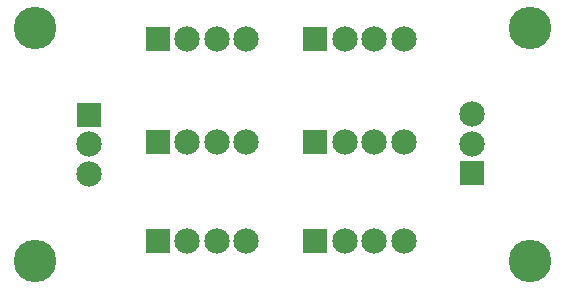
<source format=gbr>
G04 #@! TF.FileFunction,Soldermask,Top*
%FSLAX46Y46*%
G04 Gerber Fmt 4.6, Leading zero omitted, Abs format (unit mm)*
G04 Created by KiCad (PCBNEW 4.0.2+e4-6225~38~ubuntu15.04.1-stable) date di 02 aug 2016 05:28:45 CEST*
%MOMM*%
G01*
G04 APERTURE LIST*
%ADD10C,0.100000*%
%ADD11C,3.600000*%
%ADD12R,2.150000X2.150000*%
%ADD13C,2.150000*%
G04 APERTURE END LIST*
D10*
D11*
X184150000Y-130810000D03*
X184150000Y-111125000D03*
X142240000Y-130810000D03*
X142240000Y-111125000D03*
D12*
X146875500Y-118427500D03*
D13*
X146875500Y-120927500D03*
X146875500Y-123427500D03*
D12*
X179260500Y-123380500D03*
D13*
X179260500Y-120880500D03*
X179260500Y-118380500D03*
D12*
X152654000Y-112014000D03*
D13*
X155154000Y-112014000D03*
X157654000Y-112014000D03*
X160154000Y-112014000D03*
D12*
X165989000Y-112014000D03*
D13*
X168489000Y-112014000D03*
X170989000Y-112014000D03*
X173489000Y-112014000D03*
D12*
X152654000Y-120777000D03*
D13*
X155154000Y-120777000D03*
X157654000Y-120777000D03*
X160154000Y-120777000D03*
D12*
X165989000Y-120777000D03*
D13*
X168489000Y-120777000D03*
X170989000Y-120777000D03*
X173489000Y-120777000D03*
D12*
X152654000Y-129159000D03*
D13*
X155154000Y-129159000D03*
X157654000Y-129159000D03*
X160154000Y-129159000D03*
D12*
X165989000Y-129159000D03*
D13*
X168489000Y-129159000D03*
X170989000Y-129159000D03*
X173489000Y-129159000D03*
M02*

</source>
